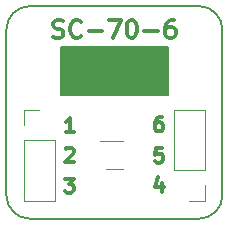
<source format=gbr>
G04 #@! TF.GenerationSoftware,KiCad,Pcbnew,5.0.1-33cea8e~68~ubuntu18.10.1*
G04 #@! TF.CreationDate,2018-11-20T09:41:05+02:00*
G04 #@! TF.ProjectId,BRK-SC-70-6,42524B2D53432D37302D362E6B696361,v1.0*
G04 #@! TF.SameCoordinates,Original*
G04 #@! TF.FileFunction,Legend,Top*
G04 #@! TF.FilePolarity,Positive*
%FSLAX46Y46*%
G04 Gerber Fmt 4.6, Leading zero omitted, Abs format (unit mm)*
G04 Created by KiCad (PCBNEW 5.0.1-33cea8e~68~ubuntu18.10.1) date ti 20. marraskuuta 2018 09.41.05*
%MOMM*%
%LPD*%
G01*
G04 APERTURE LIST*
%ADD10C,0.150000*%
%ADD11C,0.300000*%
%ADD12C,0.120000*%
G04 APERTURE END LIST*
D10*
X52000000Y-68000000D02*
G75*
G02X50000000Y-66000000I0J2000000D01*
G01*
X68300000Y-66000000D02*
G75*
G02X66300000Y-68000000I-2000000J0D01*
G01*
X66300000Y-50000000D02*
G75*
G02X68300000Y-52000000I0J-2000000D01*
G01*
X50000000Y-52000000D02*
G75*
G02X52000000Y-50000000I2000000J0D01*
G01*
D11*
X63162142Y-64942857D02*
X63162142Y-65742857D01*
X62876428Y-64485714D02*
X62590714Y-65342857D01*
X63333571Y-65342857D01*
X63219285Y-62042857D02*
X62647857Y-62042857D01*
X62590714Y-62614285D01*
X62647857Y-62557142D01*
X62762142Y-62500000D01*
X63047857Y-62500000D01*
X63162142Y-62557142D01*
X63219285Y-62614285D01*
X63276428Y-62728571D01*
X63276428Y-63014285D01*
X63219285Y-63128571D01*
X63162142Y-63185714D01*
X63047857Y-63242857D01*
X62762142Y-63242857D01*
X62647857Y-63185714D01*
X62590714Y-63128571D01*
X63162142Y-59392857D02*
X62933571Y-59392857D01*
X62819285Y-59450000D01*
X62762142Y-59507142D01*
X62647857Y-59678571D01*
X62590714Y-59907142D01*
X62590714Y-60364285D01*
X62647857Y-60478571D01*
X62705000Y-60535714D01*
X62819285Y-60592857D01*
X63047857Y-60592857D01*
X63162142Y-60535714D01*
X63219285Y-60478571D01*
X63276428Y-60364285D01*
X63276428Y-60078571D01*
X63219285Y-59964285D01*
X63162142Y-59907142D01*
X63047857Y-59850000D01*
X62819285Y-59850000D01*
X62705000Y-59907142D01*
X62647857Y-59964285D01*
X62590714Y-60078571D01*
X54966428Y-64592857D02*
X55709285Y-64592857D01*
X55309285Y-65050000D01*
X55480714Y-65050000D01*
X55595000Y-65107142D01*
X55652142Y-65164285D01*
X55709285Y-65278571D01*
X55709285Y-65564285D01*
X55652142Y-65678571D01*
X55595000Y-65735714D01*
X55480714Y-65792857D01*
X55137857Y-65792857D01*
X55023571Y-65735714D01*
X54966428Y-65678571D01*
X55023571Y-62107142D02*
X55080714Y-62050000D01*
X55195000Y-61992857D01*
X55480714Y-61992857D01*
X55595000Y-62050000D01*
X55652142Y-62107142D01*
X55709285Y-62221428D01*
X55709285Y-62335714D01*
X55652142Y-62507142D01*
X54966428Y-63192857D01*
X55709285Y-63192857D01*
X55709285Y-60642857D02*
X55023571Y-60642857D01*
X55366428Y-60642857D02*
X55366428Y-59442857D01*
X55252142Y-59614285D01*
X55137857Y-59728571D01*
X55023571Y-59785714D01*
D10*
X66300000Y-68000000D02*
X52000000Y-68000000D01*
G36*
X54600000Y-53500000D02*
X54600000Y-57500000D01*
X63700000Y-57500000D01*
X63700000Y-53500000D01*
X54600000Y-53500000D01*
G37*
X54600000Y-53500000D02*
X54600000Y-57500000D01*
X63700000Y-57500000D01*
X63700000Y-53500000D01*
X54600000Y-53500000D01*
X68300000Y-52000000D02*
X68300000Y-66000000D01*
D11*
X53971428Y-52607142D02*
X54185714Y-52678571D01*
X54542857Y-52678571D01*
X54685714Y-52607142D01*
X54757142Y-52535714D01*
X54828571Y-52392857D01*
X54828571Y-52250000D01*
X54757142Y-52107142D01*
X54685714Y-52035714D01*
X54542857Y-51964285D01*
X54257142Y-51892857D01*
X54114285Y-51821428D01*
X54042857Y-51750000D01*
X53971428Y-51607142D01*
X53971428Y-51464285D01*
X54042857Y-51321428D01*
X54114285Y-51250000D01*
X54257142Y-51178571D01*
X54614285Y-51178571D01*
X54828571Y-51250000D01*
X56328571Y-52535714D02*
X56257142Y-52607142D01*
X56042857Y-52678571D01*
X55900000Y-52678571D01*
X55685714Y-52607142D01*
X55542857Y-52464285D01*
X55471428Y-52321428D01*
X55400000Y-52035714D01*
X55400000Y-51821428D01*
X55471428Y-51535714D01*
X55542857Y-51392857D01*
X55685714Y-51250000D01*
X55900000Y-51178571D01*
X56042857Y-51178571D01*
X56257142Y-51250000D01*
X56328571Y-51321428D01*
X56971428Y-52107142D02*
X58114285Y-52107142D01*
X58685714Y-51178571D02*
X59685714Y-51178571D01*
X59042857Y-52678571D01*
X60542857Y-51178571D02*
X60685714Y-51178571D01*
X60828571Y-51250000D01*
X60900000Y-51321428D01*
X60971428Y-51464285D01*
X61042857Y-51750000D01*
X61042857Y-52107142D01*
X60971428Y-52392857D01*
X60900000Y-52535714D01*
X60828571Y-52607142D01*
X60685714Y-52678571D01*
X60542857Y-52678571D01*
X60400000Y-52607142D01*
X60328571Y-52535714D01*
X60257142Y-52392857D01*
X60185714Y-52107142D01*
X60185714Y-51750000D01*
X60257142Y-51464285D01*
X60328571Y-51321428D01*
X60400000Y-51250000D01*
X60542857Y-51178571D01*
X61685714Y-52107142D02*
X62828571Y-52107142D01*
X64185714Y-51178571D02*
X63900000Y-51178571D01*
X63757142Y-51250000D01*
X63685714Y-51321428D01*
X63542857Y-51535714D01*
X63471428Y-51821428D01*
X63471428Y-52392857D01*
X63542857Y-52535714D01*
X63614285Y-52607142D01*
X63757142Y-52678571D01*
X64042857Y-52678571D01*
X64185714Y-52607142D01*
X64257142Y-52535714D01*
X64328571Y-52392857D01*
X64328571Y-52035714D01*
X64257142Y-51892857D01*
X64185714Y-51821428D01*
X64042857Y-51750000D01*
X63757142Y-51750000D01*
X63614285Y-51821428D01*
X63542857Y-51892857D01*
X63471428Y-52035714D01*
D10*
X52000000Y-50000000D02*
X66300000Y-50000000D01*
X50000000Y-66000000D02*
X50000000Y-52000000D01*
D12*
G04 #@! TO.C,J2*
X66830000Y-66510000D02*
X65500000Y-66510000D01*
X66830000Y-65180000D02*
X66830000Y-66510000D01*
X66830000Y-63910000D02*
X64170000Y-63910000D01*
X64170000Y-63910000D02*
X64170000Y-58770000D01*
X66830000Y-63910000D02*
X66830000Y-58770000D01*
X66830000Y-58770000D02*
X64170000Y-58770000D01*
G04 #@! TO.C,J1*
X51470000Y-66510000D02*
X54130000Y-66510000D01*
X51470000Y-61370000D02*
X51470000Y-66510000D01*
X54130000Y-61370000D02*
X54130000Y-66510000D01*
X51470000Y-61370000D02*
X54130000Y-61370000D01*
X51470000Y-60100000D02*
X51470000Y-58770000D01*
X51470000Y-58770000D02*
X52800000Y-58770000D01*
G04 #@! TO.C,U1*
X59850000Y-61440000D02*
X57950000Y-61440000D01*
X58450000Y-63760000D02*
X59850000Y-63760000D01*
G04 #@! TD*
M02*

</source>
